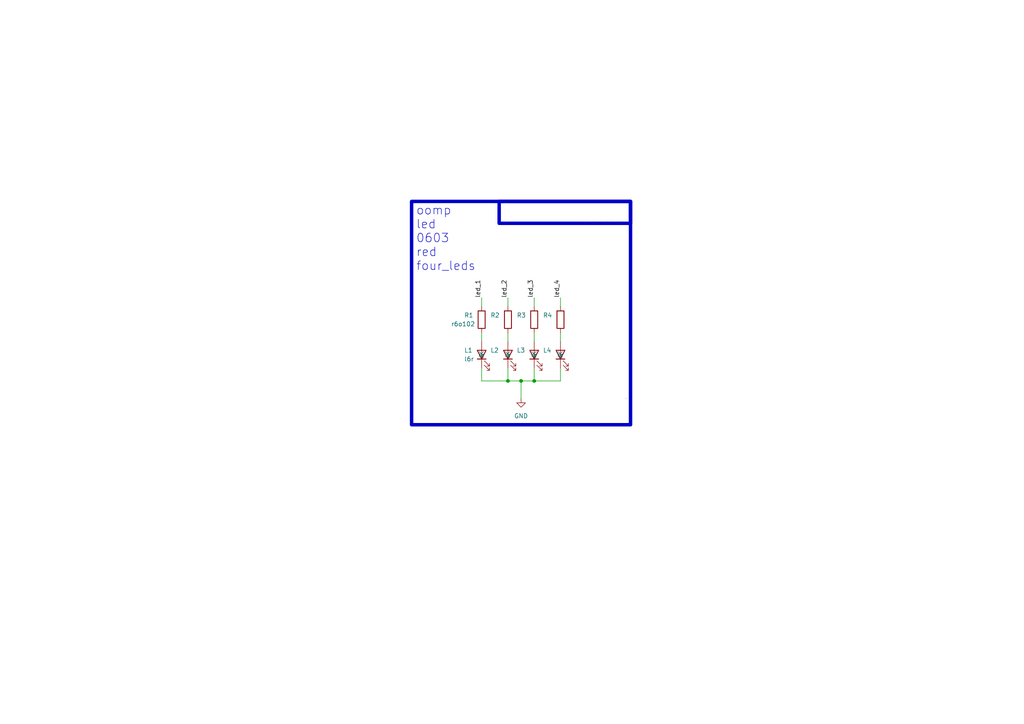
<source format=kicad_sch>
(kicad_sch (version 20230121) (generator eeschema)
  (paper "A4")
  (lib_symbols
    (symbol "oomlout_oomp_part_symbols:l6r_electronic_led_0603_red" (pin_numbers hide) (pin_names (offset 1.016))
      (property "Reference" "L" (at 0 2.54 0))
      (property "Value" "l6r_electronic_led_0603_red" (at 0 -2.54 0))
      (symbol "l6r_electronic_led_0603_red_0_1"
        (polyline (pts (xy -1.27 -1.27) (xy -1.27 1.27)) (stroke (width 0.254)))
        (polyline (pts (xy -1.27 0) (xy 1.27 0)))
        (polyline (pts (xy 1.27 -1.27) (xy 1.27 1.27) (xy -1.27 0) (xy 1.27 -1.27)) (stroke (width 0.254)))
        (polyline (pts (xy -3.048 -0.762) (xy -4.572 -2.286) (xy -3.81 -2.286) (xy -4.572 -2.286) (xy -4.572 -1.524)))
        (polyline (pts (xy -1.778 -0.762) (xy -3.302 -2.286) (xy -2.54 -2.286) (xy -3.302 -2.286) (xy -3.302 -1.524)))
      )
      (symbol "l6r_electronic_led_0603_red_1_1"
        (pin passive line (at -3.81 0 0) (length 2.54) (name "K") (number "1"))
        (pin passive line (at 3.81 0 180) (length 2.54) (name "A") (number "2"))
      )
    )
    (symbol "oomlout_oomp_part_symbols:r6o102_electronic_resistor_0603_1000_ohm" (pin_numbers hide) (pin_names (offset 0))
      (property "Reference" "R" (at 2.032 0 90))
      (property "Value" "r6o102_electronic_resistor_0603_1000_ohm" (at 0 0 90))
      (symbol "r6o102_electronic_resistor_0603_1000_ohm_0_1"
        (rectangle (start -1.016 -2.54) (end 1.016 2.54) (stroke (width 0.254)))
      )
      (symbol "r6o102_electronic_resistor_0603_1000_ohm_1_1"
        (pin passive line (at 0 3.81 270) (length 1.27) (name "~") (number "1"))
        (pin passive line (at 0 -3.81 90) (length 1.27) (name "~") (number "2"))
      )
    )
    (symbol "power:GND" (power) (pin_names (offset 0))
      (property "Value" "GND" (at 0 -3.81 0))
      (symbol "GND_0_1"
        (polyline (pts (xy 0 0) (xy 0 -1.27) (xy 1.27 -1.27) (xy 0 -2.54) (xy -1.27 -1.27) (xy 0 -1.27)))
      )
      (symbol "GND_1_1"
        (pin power_in line (at 0 0 270) (length 0) hide (name "GND") (number "1"))
      )
    )
  )
  (junction (at 154.94 110.49))
  (junction (at 151.13 110.49))
  (junction (at 147.32 110.49))
  (wire (pts (xy 139.7 96.52) (xy 139.7 99.06)))
  (wire (pts (xy 154.94 110.49) (xy 162.56 110.49)))
  (wire (pts (xy 147.32 106.68) (xy 147.32 110.49)))
  (wire (pts (xy 151.13 110.49) (xy 151.13 115.57)))
  (wire (pts (xy 139.7 110.49) (xy 147.32 110.49)))
  (wire (pts (xy 147.32 86.36) (xy 147.32 88.9)))
  (wire (pts (xy 139.7 86.36) (xy 139.7 88.9)))
  (wire (pts (xy 154.94 86.36) (xy 154.94 88.9)))
  (wire (pts (xy 154.94 96.52) (xy 154.94 99.06)))
  (wire (pts (xy 147.32 96.52) (xy 147.32 99.06)))
  (wire (pts (xy 147.32 110.49) (xy 151.13 110.49)))
  (wire (pts (xy 151.13 110.49) (xy 154.94 110.49)))
  (wire (pts (xy 162.56 96.52) (xy 162.56 99.06)))
  (wire (pts (xy 162.56 86.36) (xy 162.56 88.9)))
  (wire (pts (xy 154.94 106.68) (xy 154.94 110.49)))
  (wire (pts (xy 139.7 106.68) (xy 139.7 110.49)))
  (wire (pts (xy 162.56 110.49) (xy 162.56 106.68)))
  (rectangle (start 144.78 58.42) (end 182.88 64.77) (stroke (width 1)) (fill (type color)))
  (rectangle (start 119.38 58.42) (end 182.88 123.19) (stroke (width 1)))
  (rectangle (start 181.61 115.57) (end 181.61 115.57))
  (text "name" (at 147.32 64.77 90) (effects (font (size 1.27 1.27) (thickness 0.254) bold) (justify left bottom)))
  (text "oomp\nled\n0603\nred\nfour_leds\n" (at 120.65 78.74 0) (effects (font (size 2.5 2.5)) (justify left bottom)))
  (text "leds" (at 181.61 64.77 0) (effects (font (size 4 4) (thickness 0.8) bold) (justify right bottom)))
  (label "led_2" (at 147.32 86.36 90))
  (label "led_1" (at 139.7 86.36 90))
  (label "led_4" (at 162.56 86.36 90))
  (label "led_3" (at 154.94 86.36 90))
  (symbol (lib_id "oomlout_oomp_part_symbols:l6r_electronic_led_0603_red") (at 147.32 102.87 90) (unit 1)
    (property "Reference" "L2" (at 142.24 101.6 90) (effects (justify right)))
    (property "Value" "l6r" (effects hide))
    (property "Footprint" "l6r_electronic_led_0603_red" (effects hide))
    (property "Datasheet" "https://github.com/oomlout/oomlout_oomp_v3/parts/electronic_led_0603_red/datasheet.pdf" (effects hide))
  )
  (symbol (lib_id "oomlout_oomp_part_symbols:l6r_electronic_led_0603_red") (at 139.7 102.87 90) (unit 1)
    (property "Reference" "L1" (at 134.62 101.6 90) (effects (justify right)))
    (property "Value" "l6r" (at 134.62 104.14 90) (effects (justify right)))
    (property "Footprint" "l6r_electronic_led_0603_red" (effects hide))
    (property "Datasheet" "https://github.com/oomlout/oomlout_oomp_v3/parts/electronic_led_0603_red/datasheet.pdf" (effects hide))
  )
  (symbol (lib_id "power:GND") (at 151.13 115.57 0) (unit 1)
    (property "Reference" "#PWR02" (effects hide))
    (property "Value" "GND" (at 151.13 120.65 0))
  )
  (symbol (lib_id "oomlout_oomp_part_symbols:r6o102_electronic_resistor_0603_1000_ohm") (at 139.7 92.71 180) (unit 1)
    (property "Reference" "R1" (at 134.62 91.44 0) (effects (justify right)))
    (property "Value" "r6o102" (at 130.81 93.98 0) (effects (justify right)))
    (property "Footprint" "r6o102_electronic_resistor_0603_1000_ohm" (effects hide))
    (property "Datasheet" "https://github.com/oomlout/oomlout_oomp_v3/parts/electronic_resistor_0603_1000_ohm/datasheet.pdf" (effects hide))
  )
  (symbol (lib_id "oomlout_oomp_part_symbols:l6r_electronic_led_0603_red") (at 162.56 102.87 90) (unit 1)
    (property "Reference" "L4" (at 157.48 101.6 90) (effects (justify right)))
    (property "Value" "l6r" (effects hide))
    (property "Footprint" "l6r_electronic_led_0603_red" (effects hide))
    (property "Datasheet" "https://github.com/oomlout/oomlout_oomp_v3/parts/electronic_led_0603_red/datasheet.pdf" (effects hide))
  )
  (symbol (lib_id "oomlout_oomp_part_symbols:r6o102_electronic_resistor_0603_1000_ohm") (at 154.94 92.71 180) (unit 1)
    (property "Reference" "R3" (at 149.86 91.44 0) (effects (justify right)))
    (property "Value" "r6o102" (effects hide))
    (property "Footprint" "r6o102_electronic_resistor_0603_1000_ohm" (effects hide))
    (property "Datasheet" "https://github.com/oomlout/oomlout_oomp_v3/parts/electronic_resistor_0603_1000_ohm/datasheet.pdf" (effects hide))
  )
  (symbol (lib_id "oomlout_oomp_part_symbols:r6o102_electronic_resistor_0603_1000_ohm") (at 162.56 92.71 180) (unit 1)
    (property "Reference" "R4" (at 157.48 91.44 0) (effects (justify right)))
    (property "Value" "r6o102" (effects hide))
    (property "Footprint" "r6o102_electronic_resistor_0603_1000_ohm" (effects hide))
    (property "Datasheet" "https://github.com/oomlout/oomlout_oomp_v3/parts/electronic_resistor_0603_1000_ohm/datasheet.pdf" (effects hide))
  )
  (symbol (lib_id "oomlout_oomp_part_symbols:l6r_electronic_led_0603_red") (at 154.94 102.87 90) (unit 1)
    (property "Reference" "L3" (at 149.86 101.6 90) (effects (justify right)))
    (property "Value" "l6r" (effects hide))
    (property "Footprint" "l6r_electronic_led_0603_red" (effects hide))
    (property "Datasheet" "https://github.com/oomlout/oomlout_oomp_v3/parts/electronic_led_0603_red/datasheet.pdf" (effects hide))
  )
  (symbol (lib_id "oomlout_oomp_part_symbols:r6o102_electronic_resistor_0603_1000_ohm") (at 147.32 92.71 180) (unit 1)
    (property "Reference" "R2" (at 142.24 91.44 0) (effects (justify right)))
    (property "Value" "r6o102" (effects hide))
    (property "Footprint" "r6o102_electronic_resistor_0603_1000_ohm" (effects hide))
    (property "Datasheet" "https://github.com/oomlout/oomlout_oomp_v3/parts/electronic_resistor_0603_1000_ohm/datasheet.pdf" (effects hide))
  )
)
</source>
